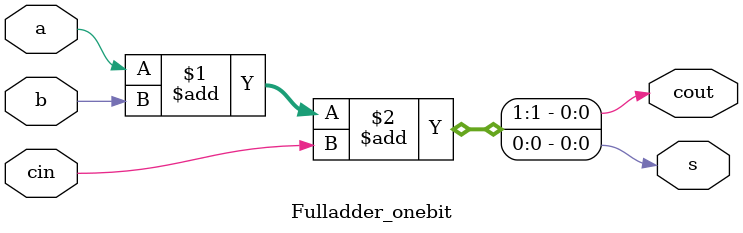
<source format=v>

module Fulladder_onebit (
    input [0:0] a,
    input [0:0] b,
    input [0:0] cin,
    output [0:0] s,
    output [0:0] cout
   
);
assign {cout,s}=a+b+cin;
    
endmodule


</source>
